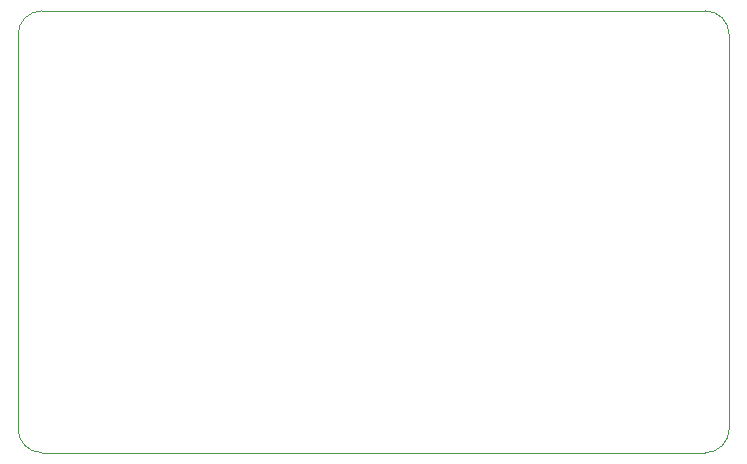
<source format=gbr>
%TF.GenerationSoftware,KiCad,Pcbnew,9.0.7*%
%TF.CreationDate,2026-02-01T15:04:17-08:00*%
%TF.ProjectId,SensingDevice,53656e73-696e-4674-9465-766963652e6b,rev?*%
%TF.SameCoordinates,Original*%
%TF.FileFunction,Profile,NP*%
%FSLAX46Y46*%
G04 Gerber Fmt 4.6, Leading zero omitted, Abs format (unit mm)*
G04 Created by KiCad (PCBNEW 9.0.7) date 2026-02-01 15:04:17*
%MOMM*%
%LPD*%
G01*
G04 APERTURE LIST*
%TA.AperFunction,Profile*%
%ADD10C,0.050000*%
%TD*%
G04 APERTURE END LIST*
D10*
X165600000Y-70600000D02*
X165600000Y-104000000D01*
X107400000Y-106000000D02*
G75*
G02*
X105400000Y-104000000I0J2000000D01*
G01*
X165600000Y-104000000D02*
G75*
G02*
X163600000Y-106000000I-2000000J0D01*
G01*
X105400000Y-70600000D02*
G75*
G02*
X107400000Y-68600000I2000000J0D01*
G01*
X163600000Y-68600000D02*
G75*
G02*
X165600000Y-70600000I0J-2000000D01*
G01*
X105400000Y-104000000D02*
X105400000Y-70600000D01*
X163600000Y-106000000D02*
X107400000Y-106000000D01*
X107400000Y-68600000D02*
X163600000Y-68600000D01*
M02*

</source>
